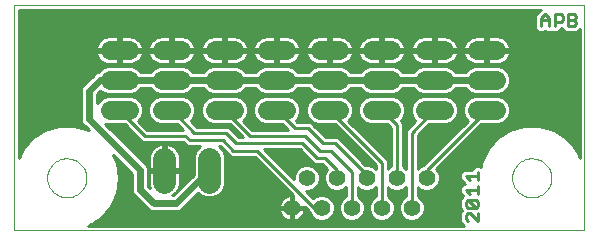
<source format=gtl>
G75*
G70*
%OFA0B0*%
%FSLAX24Y24*%
%IPPOS*%
%LPD*%
%AMOC8*
5,1,8,0,0,1.08239X$1,22.5*
%
%ADD10C,0.0000*%
%ADD11C,0.0100*%
%ADD12C,0.0560*%
%ADD13C,0.0750*%
%ADD14C,0.0640*%
%ADD15C,0.0240*%
D10*
X000151Y001280D02*
X000151Y008780D01*
X019151Y008780D01*
X019151Y001280D01*
X000151Y001280D01*
X001251Y003030D02*
X001253Y003080D01*
X001259Y003130D01*
X001269Y003180D01*
X001282Y003228D01*
X001299Y003276D01*
X001320Y003322D01*
X001344Y003366D01*
X001372Y003408D01*
X001403Y003448D01*
X001437Y003485D01*
X001474Y003520D01*
X001513Y003551D01*
X001554Y003580D01*
X001598Y003605D01*
X001644Y003627D01*
X001691Y003645D01*
X001739Y003659D01*
X001788Y003670D01*
X001838Y003677D01*
X001888Y003680D01*
X001939Y003679D01*
X001989Y003674D01*
X002039Y003665D01*
X002087Y003653D01*
X002135Y003636D01*
X002181Y003616D01*
X002226Y003593D01*
X002269Y003566D01*
X002309Y003536D01*
X002347Y003503D01*
X002382Y003467D01*
X002415Y003428D01*
X002444Y003387D01*
X002470Y003344D01*
X002493Y003299D01*
X002512Y003252D01*
X002527Y003204D01*
X002539Y003155D01*
X002547Y003105D01*
X002551Y003055D01*
X002551Y003005D01*
X002547Y002955D01*
X002539Y002905D01*
X002527Y002856D01*
X002512Y002808D01*
X002493Y002761D01*
X002470Y002716D01*
X002444Y002673D01*
X002415Y002632D01*
X002382Y002593D01*
X002347Y002557D01*
X002309Y002524D01*
X002269Y002494D01*
X002226Y002467D01*
X002181Y002444D01*
X002135Y002424D01*
X002087Y002407D01*
X002039Y002395D01*
X001989Y002386D01*
X001939Y002381D01*
X001888Y002380D01*
X001838Y002383D01*
X001788Y002390D01*
X001739Y002401D01*
X001691Y002415D01*
X001644Y002433D01*
X001598Y002455D01*
X001554Y002480D01*
X001513Y002509D01*
X001474Y002540D01*
X001437Y002575D01*
X001403Y002612D01*
X001372Y002652D01*
X001344Y002694D01*
X001320Y002738D01*
X001299Y002784D01*
X001282Y002832D01*
X001269Y002880D01*
X001259Y002930D01*
X001253Y002980D01*
X001251Y003030D01*
X016751Y003030D02*
X016753Y003080D01*
X016759Y003130D01*
X016769Y003180D01*
X016782Y003228D01*
X016799Y003276D01*
X016820Y003322D01*
X016844Y003366D01*
X016872Y003408D01*
X016903Y003448D01*
X016937Y003485D01*
X016974Y003520D01*
X017013Y003551D01*
X017054Y003580D01*
X017098Y003605D01*
X017144Y003627D01*
X017191Y003645D01*
X017239Y003659D01*
X017288Y003670D01*
X017338Y003677D01*
X017388Y003680D01*
X017439Y003679D01*
X017489Y003674D01*
X017539Y003665D01*
X017587Y003653D01*
X017635Y003636D01*
X017681Y003616D01*
X017726Y003593D01*
X017769Y003566D01*
X017809Y003536D01*
X017847Y003503D01*
X017882Y003467D01*
X017915Y003428D01*
X017944Y003387D01*
X017970Y003344D01*
X017993Y003299D01*
X018012Y003252D01*
X018027Y003204D01*
X018039Y003155D01*
X018047Y003105D01*
X018051Y003055D01*
X018051Y003005D01*
X018047Y002955D01*
X018039Y002905D01*
X018027Y002856D01*
X018012Y002808D01*
X017993Y002761D01*
X017970Y002716D01*
X017944Y002673D01*
X017915Y002632D01*
X017882Y002593D01*
X017847Y002557D01*
X017809Y002524D01*
X017769Y002494D01*
X017726Y002467D01*
X017681Y002444D01*
X017635Y002424D01*
X017587Y002407D01*
X017539Y002395D01*
X017489Y002386D01*
X017439Y002381D01*
X017388Y002380D01*
X017338Y002383D01*
X017288Y002390D01*
X017239Y002401D01*
X017191Y002415D01*
X017144Y002433D01*
X017098Y002455D01*
X017054Y002480D01*
X017013Y002509D01*
X016974Y002540D01*
X016937Y002575D01*
X016903Y002612D01*
X016872Y002652D01*
X016844Y002694D01*
X016820Y002738D01*
X016799Y002784D01*
X016782Y002832D01*
X016769Y002880D01*
X016759Y002930D01*
X016753Y002980D01*
X016751Y003030D01*
D11*
X015705Y003407D02*
X015684Y003428D01*
X015518Y003428D01*
X015401Y003311D01*
X015401Y003294D01*
X015118Y003294D01*
X015001Y003177D01*
X015001Y003012D01*
X015118Y002894D01*
X015178Y002834D01*
X015118Y002834D01*
X015001Y002717D01*
X015001Y002551D01*
X015115Y002437D01*
X015068Y002390D01*
X015001Y002323D01*
X015001Y002190D01*
X015001Y002190D01*
X015001Y002108D01*
X015001Y002024D01*
X015081Y001944D01*
X015001Y001863D01*
X015001Y001729D01*
X015001Y001646D01*
X015001Y001564D01*
X015001Y001564D01*
X015002Y001562D01*
X015118Y001447D01*
X015135Y001430D01*
X002600Y001430D01*
X002628Y001438D01*
X003047Y001707D01*
X003047Y001707D01*
X003047Y001707D01*
X003373Y002084D01*
X003580Y002537D01*
X003651Y003030D01*
X003580Y003523D01*
X003457Y003792D01*
X004081Y003168D01*
X004081Y002684D01*
X004081Y002576D01*
X004122Y002477D01*
X004648Y001951D01*
X004747Y001910D01*
X004855Y001910D01*
X005497Y001910D01*
X005605Y001910D01*
X005704Y001951D01*
X006283Y002530D01*
X006354Y002460D01*
X006547Y002380D01*
X006756Y002380D01*
X006949Y002460D01*
X007096Y002608D01*
X007176Y002801D01*
X007176Y003759D01*
X007096Y003952D01*
X006969Y004080D01*
X007018Y004080D01*
X007251Y003847D01*
X007368Y003730D01*
X008168Y003730D01*
X009439Y002459D01*
X009435Y002460D01*
X009431Y002460D01*
X009431Y002060D01*
X009371Y002060D01*
X009371Y002000D01*
X008971Y002000D01*
X008971Y001996D01*
X008982Y001929D01*
X009003Y001865D01*
X009033Y001805D01*
X009073Y001750D01*
X009121Y001702D01*
X009176Y001662D01*
X009236Y001631D01*
X009300Y001611D01*
X009367Y001600D01*
X009371Y001600D01*
X009371Y002000D01*
X009431Y002000D01*
X009431Y001600D01*
X009435Y001600D01*
X009502Y001611D01*
X009566Y001631D01*
X009627Y001662D01*
X009681Y001702D01*
X009729Y001750D01*
X009769Y001805D01*
X009800Y001865D01*
X009821Y001929D01*
X009831Y001996D01*
X009831Y002000D01*
X009431Y002000D01*
X009431Y002060D01*
X009831Y002060D01*
X009831Y002064D01*
X009831Y002068D01*
X009983Y001915D01*
X010037Y001786D01*
X010158Y001665D01*
X010316Y001600D01*
X010487Y001600D01*
X010645Y001665D01*
X010766Y001786D01*
X010831Y001944D01*
X010831Y002116D01*
X010766Y002274D01*
X010645Y002394D01*
X010487Y002460D01*
X010316Y002460D01*
X010158Y002394D01*
X010114Y002350D01*
X009864Y002600D01*
X009987Y002600D01*
X010145Y002665D01*
X010266Y002786D01*
X010331Y002944D01*
X010331Y003116D01*
X010266Y003274D01*
X010145Y003394D01*
X009987Y003460D01*
X009816Y003460D01*
X009658Y003394D01*
X009537Y003274D01*
X009471Y003116D01*
X009471Y002993D01*
X008484Y003980D01*
X009668Y003980D01*
X010051Y003597D01*
X010168Y003480D01*
X010418Y003480D01*
X010581Y003318D01*
X010537Y003274D01*
X010471Y003116D01*
X010471Y002944D01*
X010537Y002786D01*
X010658Y002665D01*
X010816Y002600D01*
X010987Y002600D01*
X011145Y002665D01*
X011201Y002722D01*
X011201Y002413D01*
X011158Y002394D01*
X011037Y002274D01*
X010971Y002116D01*
X010971Y001944D01*
X011037Y001786D01*
X011158Y001665D01*
X011316Y001600D01*
X011487Y001600D01*
X011645Y001665D01*
X011766Y001786D01*
X011831Y001944D01*
X011831Y002116D01*
X011766Y002274D01*
X011645Y002394D01*
X011601Y002413D01*
X011601Y002722D01*
X011658Y002665D01*
X011816Y002600D01*
X011987Y002600D01*
X012145Y002665D01*
X012201Y002722D01*
X012201Y002413D01*
X012158Y002394D01*
X012037Y002274D01*
X011971Y002116D01*
X011971Y001944D01*
X012037Y001786D01*
X012158Y001665D01*
X012316Y001600D01*
X012487Y001600D01*
X012645Y001665D01*
X012766Y001786D01*
X012831Y001944D01*
X012831Y002116D01*
X012766Y002274D01*
X012645Y002394D01*
X012601Y002413D01*
X012601Y002722D01*
X012658Y002665D01*
X012816Y002600D01*
X012987Y002600D01*
X013145Y002665D01*
X013201Y002722D01*
X013201Y002413D01*
X013158Y002394D01*
X013037Y002274D01*
X012971Y002116D01*
X012971Y001944D01*
X013037Y001786D01*
X013158Y001665D01*
X013316Y001600D01*
X013487Y001600D01*
X013645Y001665D01*
X013766Y001786D01*
X013831Y001944D01*
X013831Y002116D01*
X013766Y002274D01*
X013645Y002394D01*
X013601Y002413D01*
X013601Y002722D01*
X013658Y002665D01*
X013816Y002600D01*
X013987Y002600D01*
X014145Y002665D01*
X014266Y002786D01*
X014331Y002944D01*
X014331Y003116D01*
X014266Y003274D01*
X014222Y003318D01*
X015714Y004810D01*
X016315Y004810D01*
X016487Y004882D01*
X016620Y005014D01*
X016691Y005186D01*
X016691Y005373D01*
X016620Y005546D01*
X016487Y005678D01*
X016315Y005750D01*
X015488Y005750D01*
X015315Y005678D01*
X015183Y005546D01*
X015111Y005373D01*
X015111Y005186D01*
X015183Y005014D01*
X015267Y004929D01*
X013786Y003448D01*
X013658Y003394D01*
X013601Y003338D01*
X013601Y004447D01*
X013964Y004810D01*
X014565Y004810D01*
X014737Y004882D01*
X014870Y005014D01*
X014941Y005186D01*
X014941Y005373D01*
X014870Y005546D01*
X014737Y005678D01*
X014565Y005750D01*
X013738Y005750D01*
X013565Y005678D01*
X013433Y005546D01*
X013361Y005373D01*
X013361Y005186D01*
X013433Y005014D01*
X013517Y004929D01*
X013201Y004613D01*
X013201Y004447D01*
X013201Y003338D01*
X013145Y003394D01*
X013101Y003413D01*
X013101Y004697D01*
X013101Y004863D01*
X013035Y004929D01*
X013120Y005014D01*
X013191Y005186D01*
X013191Y005373D01*
X013120Y005546D01*
X012987Y005678D01*
X012815Y005750D01*
X011988Y005750D01*
X011815Y005678D01*
X011683Y005546D01*
X011611Y005373D01*
X011611Y005186D01*
X011683Y005014D01*
X011815Y004882D01*
X011988Y004810D01*
X012588Y004810D01*
X012701Y004697D01*
X012701Y003413D01*
X012658Y003394D01*
X012601Y003338D01*
X012601Y003447D01*
X012601Y003613D01*
X011285Y004929D01*
X011370Y005014D01*
X011441Y005186D01*
X011441Y005373D01*
X011370Y005546D01*
X011237Y005678D01*
X011065Y005750D01*
X010238Y005750D01*
X010065Y005678D01*
X009933Y005546D01*
X009861Y005373D01*
X009861Y005186D01*
X009933Y005014D01*
X010065Y004882D01*
X010238Y004810D01*
X010838Y004810D01*
X012201Y003447D01*
X012201Y003338D01*
X012145Y003394D01*
X011987Y003460D01*
X011854Y003460D01*
X010934Y004380D01*
X010768Y004380D01*
X010534Y004380D01*
X010151Y004763D01*
X010034Y004880D01*
X009584Y004880D01*
X009535Y004929D01*
X009620Y005014D01*
X009691Y005186D01*
X009691Y005373D01*
X009620Y005546D01*
X009487Y005678D01*
X009315Y005750D01*
X008488Y005750D01*
X008315Y005678D01*
X008183Y005546D01*
X008111Y005373D01*
X008111Y005186D01*
X008183Y005014D01*
X008315Y004882D01*
X008488Y004810D01*
X009088Y004810D01*
X009268Y004630D01*
X008084Y004630D01*
X007785Y004929D01*
X007870Y005014D01*
X007941Y005186D01*
X007941Y005373D01*
X007870Y005546D01*
X007737Y005678D01*
X007565Y005750D01*
X006738Y005750D01*
X006565Y005678D01*
X006433Y005546D01*
X006361Y005373D01*
X006361Y005186D01*
X006433Y005014D01*
X006565Y004882D01*
X006738Y004810D01*
X007338Y004810D01*
X007768Y004380D01*
X007634Y004380D01*
X007401Y004613D01*
X007284Y004730D01*
X006234Y004730D01*
X006035Y004929D01*
X006120Y005014D01*
X006191Y005186D01*
X006191Y005373D01*
X006120Y005546D01*
X005987Y005678D01*
X005815Y005750D01*
X004988Y005750D01*
X004815Y005678D01*
X004683Y005546D01*
X004611Y005373D01*
X004611Y005186D01*
X004683Y005014D01*
X004815Y004882D01*
X004988Y004810D01*
X005588Y004810D01*
X005768Y004630D01*
X004584Y004630D01*
X004285Y004929D01*
X004370Y005014D01*
X004441Y005186D01*
X004441Y005373D01*
X004370Y005546D01*
X004237Y005678D01*
X004065Y005750D01*
X003238Y005750D01*
X003065Y005678D01*
X002933Y005546D01*
X002921Y005518D01*
X002921Y005818D01*
X003025Y005922D01*
X003065Y005882D01*
X003238Y005810D01*
X004065Y005810D01*
X004237Y005882D01*
X004366Y006010D01*
X004686Y006010D01*
X004815Y005882D01*
X004988Y005810D01*
X005815Y005810D01*
X005987Y005882D01*
X006116Y006010D01*
X006436Y006010D01*
X006565Y005882D01*
X006738Y005810D01*
X007565Y005810D01*
X007737Y005882D01*
X007866Y006010D01*
X008186Y006010D01*
X008315Y005882D01*
X008488Y005810D01*
X009315Y005810D01*
X009487Y005882D01*
X009616Y006010D01*
X009936Y006010D01*
X010065Y005882D01*
X010238Y005810D01*
X011065Y005810D01*
X011237Y005882D01*
X011366Y006010D01*
X011686Y006010D01*
X011815Y005882D01*
X011988Y005810D01*
X012815Y005810D01*
X012987Y005882D01*
X013116Y006010D01*
X013436Y006010D01*
X013565Y005882D01*
X013738Y005810D01*
X014565Y005810D01*
X014737Y005882D01*
X014866Y006010D01*
X015186Y006010D01*
X015315Y005882D01*
X015488Y005810D01*
X016315Y005810D01*
X016487Y005882D01*
X016620Y006014D01*
X016691Y006186D01*
X016691Y006373D01*
X016620Y006546D01*
X016487Y006678D01*
X016315Y006750D01*
X015488Y006750D01*
X015315Y006678D01*
X015186Y006550D01*
X014866Y006550D01*
X014737Y006678D01*
X014565Y006750D01*
X013738Y006750D01*
X013565Y006678D01*
X013436Y006550D01*
X013116Y006550D01*
X012987Y006678D01*
X012815Y006750D01*
X011988Y006750D01*
X011815Y006678D01*
X011686Y006550D01*
X011366Y006550D01*
X011237Y006678D01*
X011065Y006750D01*
X010238Y006750D01*
X010065Y006678D01*
X009936Y006550D01*
X009616Y006550D01*
X009487Y006678D01*
X009315Y006750D01*
X008488Y006750D01*
X008315Y006678D01*
X008186Y006550D01*
X007866Y006550D01*
X007737Y006678D01*
X007565Y006750D01*
X006738Y006750D01*
X006565Y006678D01*
X006436Y006550D01*
X006116Y006550D01*
X005987Y006678D01*
X005815Y006750D01*
X004988Y006750D01*
X004815Y006678D01*
X004686Y006550D01*
X004366Y006550D01*
X004237Y006678D01*
X004065Y006750D01*
X003238Y006750D01*
X003065Y006678D01*
X002933Y006546D01*
X002932Y006543D01*
X002848Y006509D01*
X002772Y006433D01*
X002422Y006083D01*
X002381Y005984D01*
X002381Y005876D01*
X002381Y004926D01*
X000301Y004926D01*
X000301Y004828D02*
X002422Y004828D01*
X002422Y004827D02*
X002498Y004751D01*
X002627Y004622D01*
X002150Y004762D01*
X001652Y004762D01*
X001174Y004622D01*
X000755Y004353D01*
X000755Y004352D01*
X000429Y003976D01*
X000301Y003696D01*
X000301Y008630D01*
X017701Y008630D01*
X017692Y008621D01*
X017501Y008430D01*
X017501Y008363D01*
X017501Y008197D01*
X017501Y007997D01*
X017618Y007880D01*
X017784Y007880D01*
X017835Y007931D01*
X017885Y007880D01*
X018051Y007880D01*
X018065Y007894D01*
X018079Y007880D01*
X018244Y007880D01*
X018361Y007997D01*
X018361Y008013D01*
X018422Y008013D01*
X018422Y007997D01*
X018539Y007880D01*
X018823Y007880D01*
X018905Y007880D01*
X018972Y007947D01*
X019001Y007976D01*
X019001Y003696D01*
X018873Y003976D01*
X018547Y004353D01*
X018128Y004622D01*
X017650Y004762D01*
X017152Y004762D01*
X016674Y004622D01*
X016255Y004353D01*
X016255Y004352D01*
X015929Y003976D01*
X015722Y003523D01*
X015705Y003407D01*
X015711Y003448D02*
X014352Y003448D01*
X014450Y003546D02*
X015733Y003546D01*
X015722Y003523D02*
X015722Y003523D01*
X015778Y003645D02*
X014549Y003645D01*
X014648Y003744D02*
X015823Y003744D01*
X015868Y003842D02*
X014746Y003842D01*
X014845Y003941D02*
X015913Y003941D01*
X015929Y003976D02*
X015929Y003976D01*
X015984Y004039D02*
X014943Y004039D01*
X015042Y004138D02*
X016069Y004138D01*
X016154Y004236D02*
X015140Y004236D01*
X015239Y004335D02*
X016240Y004335D01*
X016255Y004353D02*
X016255Y004353D01*
X016381Y004433D02*
X015337Y004433D01*
X015436Y004532D02*
X016534Y004532D01*
X016674Y004622D02*
X016674Y004622D01*
X016704Y004630D02*
X015534Y004630D01*
X015633Y004729D02*
X017039Y004729D01*
X017152Y004762D02*
X017152Y004762D01*
X017650Y004762D02*
X017650Y004762D01*
X017763Y004729D02*
X019001Y004729D01*
X019001Y004630D02*
X018099Y004630D01*
X018128Y004622D02*
X018128Y004622D01*
X018268Y004532D02*
X019001Y004532D01*
X019001Y004433D02*
X018421Y004433D01*
X018547Y004353D02*
X018547Y004353D01*
X018563Y004335D02*
X019001Y004335D01*
X019001Y004236D02*
X018648Y004236D01*
X018733Y004138D02*
X019001Y004138D01*
X019001Y004039D02*
X018819Y004039D01*
X018873Y003976D02*
X018873Y003976D01*
X018890Y003941D02*
X019001Y003941D01*
X019001Y003842D02*
X018935Y003842D01*
X018980Y003744D02*
X019001Y003744D01*
X019001Y004828D02*
X016357Y004828D01*
X016532Y004926D02*
X019001Y004926D01*
X019001Y005025D02*
X016624Y005025D01*
X016665Y005123D02*
X019001Y005123D01*
X019001Y005222D02*
X016691Y005222D01*
X016691Y005320D02*
X019001Y005320D01*
X019001Y005419D02*
X016672Y005419D01*
X016632Y005517D02*
X019001Y005517D01*
X019001Y005616D02*
X016550Y005616D01*
X016400Y005714D02*
X019001Y005714D01*
X019001Y005813D02*
X016322Y005813D01*
X016517Y005912D02*
X019001Y005912D01*
X019001Y006010D02*
X016616Y006010D01*
X016659Y006109D02*
X019001Y006109D01*
X019001Y006207D02*
X016691Y006207D01*
X016691Y006306D02*
X019001Y006306D01*
X019001Y006404D02*
X016678Y006404D01*
X016638Y006503D02*
X019001Y006503D01*
X019001Y006601D02*
X016564Y006601D01*
X016436Y006700D02*
X019001Y006700D01*
X019001Y006798D02*
X000301Y006798D01*
X000301Y006897D02*
X003059Y006897D01*
X003085Y006878D02*
X003025Y006921D01*
X002973Y006974D01*
X002929Y007034D01*
X002896Y007100D01*
X002873Y007170D01*
X002863Y007230D01*
X003601Y007230D01*
X003601Y007330D01*
X002863Y007330D01*
X002873Y007390D01*
X002896Y007460D01*
X002929Y007526D01*
X002973Y007586D01*
X003025Y007638D01*
X003085Y007682D01*
X003151Y007716D01*
X003221Y007738D01*
X003294Y007750D01*
X003601Y007750D01*
X003601Y007330D01*
X003701Y007330D01*
X003701Y007750D01*
X004008Y007750D01*
X004081Y007738D01*
X004152Y007716D01*
X004217Y007682D01*
X004277Y007638D01*
X004330Y007586D01*
X004373Y007526D01*
X004407Y007460D01*
X004430Y007390D01*
X004439Y007330D01*
X003701Y007330D01*
X003701Y007230D01*
X003701Y006810D01*
X004008Y006810D01*
X004081Y006822D01*
X004152Y006844D01*
X004217Y006878D01*
X004277Y006921D01*
X004330Y006974D01*
X004373Y007034D01*
X004407Y007100D01*
X004430Y007170D01*
X004439Y007230D01*
X003701Y007230D01*
X003601Y007230D01*
X003601Y006810D01*
X003294Y006810D01*
X003221Y006822D01*
X003151Y006844D01*
X003085Y006878D01*
X002957Y006996D02*
X000301Y006996D01*
X000301Y007094D02*
X002898Y007094D01*
X002869Y007193D02*
X000301Y007193D01*
X000301Y007291D02*
X003601Y007291D01*
X003601Y007193D02*
X003701Y007193D01*
X003701Y007291D02*
X005351Y007291D01*
X005351Y007330D02*
X005351Y007230D01*
X004613Y007230D01*
X004623Y007170D01*
X004646Y007100D01*
X004679Y007034D01*
X004723Y006974D01*
X004775Y006921D01*
X004835Y006878D01*
X004901Y006844D01*
X004971Y006822D01*
X005044Y006810D01*
X005351Y006810D01*
X005351Y007230D01*
X005451Y007230D01*
X005451Y006810D01*
X005758Y006810D01*
X005831Y006822D01*
X005902Y006844D01*
X005967Y006878D01*
X006027Y006921D01*
X006080Y006974D01*
X006123Y007034D01*
X006157Y007100D01*
X006180Y007170D01*
X006189Y007230D01*
X005451Y007230D01*
X005451Y007330D01*
X005351Y007330D01*
X004613Y007330D01*
X004623Y007390D01*
X004646Y007460D01*
X004679Y007526D01*
X004723Y007586D01*
X004775Y007638D01*
X004835Y007682D01*
X004901Y007716D01*
X004971Y007738D01*
X005044Y007750D01*
X005351Y007750D01*
X005351Y007330D01*
X005351Y007390D02*
X005451Y007390D01*
X005451Y007330D02*
X005451Y007750D01*
X005758Y007750D01*
X005831Y007738D01*
X005902Y007716D01*
X005967Y007682D01*
X006027Y007638D01*
X006080Y007586D01*
X006123Y007526D01*
X006157Y007460D01*
X006180Y007390D01*
X006189Y007330D01*
X005451Y007330D01*
X005451Y007291D02*
X007101Y007291D01*
X007101Y007330D02*
X007101Y007230D01*
X006363Y007230D01*
X006373Y007170D01*
X006396Y007100D01*
X006429Y007034D01*
X006473Y006974D01*
X006525Y006921D01*
X006585Y006878D01*
X006651Y006844D01*
X006721Y006822D01*
X006794Y006810D01*
X007101Y006810D01*
X007101Y007230D01*
X007201Y007230D01*
X007201Y006810D01*
X007508Y006810D01*
X007581Y006822D01*
X007652Y006844D01*
X007717Y006878D01*
X007777Y006921D01*
X007830Y006974D01*
X007873Y007034D01*
X007907Y007100D01*
X007930Y007170D01*
X007939Y007230D01*
X007201Y007230D01*
X007201Y007330D01*
X007101Y007330D01*
X006363Y007330D01*
X006373Y007390D01*
X006396Y007460D01*
X006429Y007526D01*
X006473Y007586D01*
X006525Y007638D01*
X006585Y007682D01*
X006651Y007716D01*
X006721Y007738D01*
X006794Y007750D01*
X007101Y007750D01*
X007101Y007330D01*
X007101Y007390D02*
X007201Y007390D01*
X007201Y007330D02*
X007201Y007750D01*
X007508Y007750D01*
X007581Y007738D01*
X007652Y007716D01*
X007717Y007682D01*
X007777Y007638D01*
X007830Y007586D01*
X007873Y007526D01*
X007907Y007460D01*
X007930Y007390D01*
X007939Y007330D01*
X007201Y007330D01*
X007201Y007291D02*
X008851Y007291D01*
X008851Y007330D02*
X008851Y007230D01*
X008113Y007230D01*
X008123Y007170D01*
X008146Y007100D01*
X008179Y007034D01*
X008223Y006974D01*
X008275Y006921D01*
X008335Y006878D01*
X008401Y006844D01*
X008471Y006822D01*
X008544Y006810D01*
X008851Y006810D01*
X008851Y007230D01*
X008951Y007230D01*
X008951Y006810D01*
X009258Y006810D01*
X009331Y006822D01*
X009402Y006844D01*
X009467Y006878D01*
X009527Y006921D01*
X009580Y006974D01*
X009623Y007034D01*
X009657Y007100D01*
X009680Y007170D01*
X009689Y007230D01*
X008951Y007230D01*
X008951Y007330D01*
X008851Y007330D01*
X008113Y007330D01*
X008123Y007390D01*
X008146Y007460D01*
X008179Y007526D01*
X008223Y007586D01*
X008275Y007638D01*
X008335Y007682D01*
X008401Y007716D01*
X008471Y007738D01*
X008544Y007750D01*
X008851Y007750D01*
X008851Y007330D01*
X008851Y007390D02*
X008951Y007390D01*
X008951Y007330D02*
X008951Y007750D01*
X009258Y007750D01*
X009331Y007738D01*
X009402Y007716D01*
X009467Y007682D01*
X009527Y007638D01*
X009580Y007586D01*
X009623Y007526D01*
X009657Y007460D01*
X009680Y007390D01*
X009689Y007330D01*
X008951Y007330D01*
X008951Y007291D02*
X010601Y007291D01*
X010601Y007330D02*
X010601Y007230D01*
X009863Y007230D01*
X009873Y007170D01*
X009896Y007100D01*
X009929Y007034D01*
X009973Y006974D01*
X010025Y006921D01*
X010085Y006878D01*
X010151Y006844D01*
X010221Y006822D01*
X010294Y006810D01*
X010601Y006810D01*
X010601Y007230D01*
X010701Y007230D01*
X010701Y006810D01*
X011008Y006810D01*
X011081Y006822D01*
X011152Y006844D01*
X011217Y006878D01*
X011277Y006921D01*
X011330Y006974D01*
X011373Y007034D01*
X011407Y007100D01*
X011430Y007170D01*
X011439Y007230D01*
X010701Y007230D01*
X010701Y007330D01*
X010601Y007330D01*
X009863Y007330D01*
X009873Y007390D01*
X009896Y007460D01*
X009929Y007526D01*
X009973Y007586D01*
X010025Y007638D01*
X010085Y007682D01*
X010151Y007716D01*
X010221Y007738D01*
X010294Y007750D01*
X010601Y007750D01*
X010601Y007330D01*
X010601Y007390D02*
X010701Y007390D01*
X010701Y007330D02*
X010701Y007750D01*
X011008Y007750D01*
X011081Y007738D01*
X011152Y007716D01*
X011217Y007682D01*
X011277Y007638D01*
X011330Y007586D01*
X011373Y007526D01*
X011407Y007460D01*
X011430Y007390D01*
X011439Y007330D01*
X010701Y007330D01*
X010701Y007291D02*
X012351Y007291D01*
X012351Y007330D02*
X012351Y007230D01*
X011613Y007230D01*
X011623Y007170D01*
X011646Y007100D01*
X011679Y007034D01*
X011723Y006974D01*
X011775Y006921D01*
X011835Y006878D01*
X011901Y006844D01*
X011971Y006822D01*
X012044Y006810D01*
X012351Y006810D01*
X012351Y007230D01*
X012451Y007230D01*
X012451Y006810D01*
X012758Y006810D01*
X012831Y006822D01*
X012902Y006844D01*
X012967Y006878D01*
X013027Y006921D01*
X013080Y006974D01*
X013123Y007034D01*
X013157Y007100D01*
X013180Y007170D01*
X013189Y007230D01*
X012451Y007230D01*
X012451Y007330D01*
X012351Y007330D01*
X011613Y007330D01*
X011623Y007390D01*
X011646Y007460D01*
X011679Y007526D01*
X011723Y007586D01*
X011775Y007638D01*
X011835Y007682D01*
X011901Y007716D01*
X011971Y007738D01*
X012044Y007750D01*
X012351Y007750D01*
X012351Y007330D01*
X012351Y007390D02*
X012451Y007390D01*
X012451Y007330D02*
X012451Y007750D01*
X012758Y007750D01*
X012831Y007738D01*
X012902Y007716D01*
X012967Y007682D01*
X013027Y007638D01*
X013080Y007586D01*
X013123Y007526D01*
X013157Y007460D01*
X013180Y007390D01*
X013189Y007330D01*
X012451Y007330D01*
X012451Y007291D02*
X014101Y007291D01*
X014101Y007330D02*
X014101Y007230D01*
X013363Y007230D01*
X013373Y007170D01*
X013396Y007100D01*
X013429Y007034D01*
X013473Y006974D01*
X013525Y006921D01*
X013585Y006878D01*
X013651Y006844D01*
X013721Y006822D01*
X013794Y006810D01*
X014101Y006810D01*
X014101Y007230D01*
X014201Y007230D01*
X014201Y006810D01*
X014508Y006810D01*
X014581Y006822D01*
X014652Y006844D01*
X014717Y006878D01*
X014777Y006921D01*
X014830Y006974D01*
X014873Y007034D01*
X014907Y007100D01*
X014930Y007170D01*
X014939Y007230D01*
X014201Y007230D01*
X014201Y007330D01*
X014101Y007330D01*
X013363Y007330D01*
X013373Y007390D01*
X013396Y007460D01*
X013429Y007526D01*
X013473Y007586D01*
X013525Y007638D01*
X013585Y007682D01*
X013651Y007716D01*
X013721Y007738D01*
X013794Y007750D01*
X014101Y007750D01*
X014101Y007330D01*
X014101Y007390D02*
X014201Y007390D01*
X014201Y007330D02*
X014201Y007750D01*
X014508Y007750D01*
X014581Y007738D01*
X014652Y007716D01*
X014717Y007682D01*
X014777Y007638D01*
X014830Y007586D01*
X014873Y007526D01*
X014907Y007460D01*
X014930Y007390D01*
X014939Y007330D01*
X014201Y007330D01*
X014201Y007291D02*
X015851Y007291D01*
X015851Y007330D02*
X015851Y007230D01*
X015113Y007230D01*
X015123Y007170D01*
X015146Y007100D01*
X015179Y007034D01*
X015223Y006974D01*
X015275Y006921D01*
X015335Y006878D01*
X015401Y006844D01*
X015471Y006822D01*
X015544Y006810D01*
X015851Y006810D01*
X015851Y007230D01*
X015951Y007230D01*
X015951Y006810D01*
X016258Y006810D01*
X016331Y006822D01*
X016402Y006844D01*
X016467Y006878D01*
X016527Y006921D01*
X016580Y006974D01*
X016623Y007034D01*
X016657Y007100D01*
X016680Y007170D01*
X016689Y007230D01*
X015951Y007230D01*
X015951Y007330D01*
X015851Y007330D01*
X015113Y007330D01*
X015123Y007390D01*
X015146Y007460D01*
X015179Y007526D01*
X015223Y007586D01*
X015275Y007638D01*
X015335Y007682D01*
X015401Y007716D01*
X015471Y007738D01*
X015544Y007750D01*
X015851Y007750D01*
X015851Y007330D01*
X015851Y007390D02*
X015951Y007390D01*
X015951Y007330D02*
X015951Y007750D01*
X016258Y007750D01*
X016331Y007738D01*
X016402Y007716D01*
X016467Y007682D01*
X016527Y007638D01*
X016580Y007586D01*
X016623Y007526D01*
X016657Y007460D01*
X016680Y007390D01*
X016689Y007330D01*
X015951Y007330D01*
X015951Y007291D02*
X019001Y007291D01*
X019001Y007193D02*
X016683Y007193D01*
X016654Y007094D02*
X019001Y007094D01*
X019001Y006996D02*
X016595Y006996D01*
X016494Y006897D02*
X019001Y006897D01*
X019001Y007390D02*
X016680Y007390D01*
X016643Y007488D02*
X019001Y007488D01*
X019001Y007587D02*
X016579Y007587D01*
X016461Y007685D02*
X019001Y007685D01*
X019001Y007784D02*
X000301Y007784D01*
X000301Y007882D02*
X017616Y007882D01*
X017517Y007981D02*
X000301Y007981D01*
X000301Y008079D02*
X017501Y008079D01*
X017501Y008178D02*
X000301Y008178D01*
X000301Y008277D02*
X017501Y008277D01*
X017501Y008375D02*
X000301Y008375D01*
X000301Y008474D02*
X017545Y008474D01*
X017644Y008572D02*
X000301Y008572D01*
X000301Y007685D02*
X003091Y007685D01*
X002973Y007587D02*
X000301Y007587D01*
X000301Y007488D02*
X002910Y007488D01*
X002873Y007390D02*
X000301Y007390D01*
X000301Y006700D02*
X003117Y006700D01*
X002988Y006601D02*
X000301Y006601D01*
X000301Y006503D02*
X002842Y006503D01*
X002744Y006404D02*
X000301Y006404D01*
X000301Y006306D02*
X002645Y006306D01*
X002547Y006207D02*
X000301Y006207D01*
X000301Y006109D02*
X002448Y006109D01*
X002392Y006010D02*
X000301Y006010D01*
X000301Y005912D02*
X002381Y005912D01*
X002381Y005813D02*
X000301Y005813D01*
X000301Y005714D02*
X002381Y005714D01*
X002381Y005616D02*
X000301Y005616D01*
X000301Y005517D02*
X002381Y005517D01*
X002381Y005419D02*
X000301Y005419D01*
X000301Y005320D02*
X002381Y005320D01*
X002381Y005222D02*
X000301Y005222D01*
X000301Y005123D02*
X002381Y005123D01*
X002381Y005025D02*
X000301Y005025D01*
X000301Y004729D02*
X001539Y004729D01*
X001652Y004762D02*
X001652Y004762D01*
X001204Y004630D02*
X000301Y004630D01*
X000301Y004532D02*
X001034Y004532D01*
X001174Y004622D02*
X001174Y004622D01*
X000881Y004433D02*
X000301Y004433D01*
X000301Y004335D02*
X000740Y004335D01*
X000755Y004353D02*
X000755Y004353D01*
X000654Y004236D02*
X000301Y004236D01*
X000301Y004138D02*
X000569Y004138D01*
X000484Y004039D02*
X000301Y004039D01*
X000301Y003941D02*
X000413Y003941D01*
X000429Y003976D02*
X000429Y003976D01*
X000368Y003842D02*
X000301Y003842D01*
X000301Y003744D02*
X000323Y003744D01*
X002263Y004729D02*
X002520Y004729D01*
X002599Y004630D02*
X002619Y004630D01*
X002150Y004762D02*
X002150Y004762D01*
X002422Y004827D02*
X002381Y004926D01*
X003178Y004835D02*
X003238Y004810D01*
X003838Y004810D01*
X004418Y004230D01*
X004584Y004230D01*
X005768Y004230D01*
X005801Y004197D01*
X005918Y004080D01*
X006334Y004080D01*
X006206Y003952D01*
X006126Y003759D01*
X006126Y003137D01*
X005439Y002450D01*
X005414Y002450D01*
X005426Y002456D01*
X005493Y002505D01*
X005552Y002563D01*
X005600Y002630D01*
X005638Y002703D01*
X005663Y002782D01*
X005676Y002864D01*
X005676Y003230D01*
X005201Y003230D01*
X005201Y003330D01*
X005101Y003330D01*
X005101Y003230D01*
X004626Y003230D01*
X004626Y002864D01*
X004639Y002782D01*
X004665Y002703D01*
X004670Y002693D01*
X004621Y002742D01*
X004621Y003334D01*
X004580Y003433D01*
X004504Y003509D01*
X003178Y004835D01*
X003185Y004828D02*
X003195Y004828D01*
X003284Y004729D02*
X003919Y004729D01*
X004018Y004630D02*
X003382Y004630D01*
X003481Y004532D02*
X004116Y004532D01*
X004215Y004433D02*
X003580Y004433D01*
X003678Y004335D02*
X004313Y004335D01*
X004412Y004236D02*
X003777Y004236D01*
X003875Y004138D02*
X004942Y004138D01*
X004950Y004141D02*
X004876Y004104D01*
X004809Y004055D01*
X004751Y003997D01*
X004702Y003930D01*
X004665Y003856D01*
X004639Y003778D01*
X004626Y003696D01*
X004626Y003330D01*
X005101Y003330D01*
X005101Y004179D01*
X005028Y004167D01*
X004950Y004141D01*
X005101Y004138D02*
X005201Y004138D01*
X005201Y004179D02*
X005201Y003330D01*
X005676Y003330D01*
X005676Y003696D01*
X005663Y003778D01*
X005638Y003856D01*
X005600Y003930D01*
X005552Y003997D01*
X005493Y004055D01*
X005426Y004104D01*
X005353Y004141D01*
X005274Y004167D01*
X005201Y004179D01*
X005201Y004039D02*
X005101Y004039D01*
X005101Y003941D02*
X005201Y003941D01*
X005201Y003842D02*
X005101Y003842D01*
X005101Y003744D02*
X005201Y003744D01*
X005201Y003645D02*
X005101Y003645D01*
X005101Y003546D02*
X005201Y003546D01*
X005201Y003448D02*
X005101Y003448D01*
X005101Y003349D02*
X005201Y003349D01*
X005201Y003251D02*
X006126Y003251D01*
X006126Y003349D02*
X005676Y003349D01*
X005676Y003448D02*
X006126Y003448D01*
X006126Y003546D02*
X005676Y003546D01*
X005676Y003645D02*
X006126Y003645D01*
X006126Y003744D02*
X005669Y003744D01*
X005642Y003842D02*
X006160Y003842D01*
X006201Y003941D02*
X005593Y003941D01*
X005509Y004039D02*
X006293Y004039D01*
X006001Y004280D02*
X007101Y004280D01*
X007451Y003930D01*
X008251Y003930D01*
X010151Y002030D01*
X010401Y002030D01*
X010001Y001871D02*
X009802Y001871D01*
X009746Y001773D02*
X010050Y001773D01*
X010149Y001674D02*
X009643Y001674D01*
X009431Y001674D02*
X009371Y001674D01*
X009371Y001773D02*
X009431Y001773D01*
X009431Y001871D02*
X009371Y001871D01*
X009371Y001970D02*
X009431Y001970D01*
X009431Y002068D02*
X009371Y002068D01*
X009371Y002060D02*
X009371Y002460D01*
X009367Y002460D01*
X009300Y002449D01*
X009236Y002428D01*
X009176Y002398D01*
X009121Y002358D01*
X009073Y002310D01*
X009033Y002255D01*
X009003Y002195D01*
X008982Y002131D01*
X008971Y002064D01*
X008971Y002060D01*
X009371Y002060D01*
X009371Y002167D02*
X009431Y002167D01*
X009431Y002265D02*
X009371Y002265D01*
X009371Y002364D02*
X009431Y002364D01*
X009436Y002463D02*
X006951Y002463D01*
X007050Y002561D02*
X009337Y002561D01*
X009239Y002660D02*
X007118Y002660D01*
X007159Y002758D02*
X009140Y002758D01*
X009042Y002857D02*
X007176Y002857D01*
X007176Y002955D02*
X008943Y002955D01*
X008845Y003054D02*
X007176Y003054D01*
X007176Y003152D02*
X008746Y003152D01*
X008647Y003251D02*
X007176Y003251D01*
X007176Y003349D02*
X008549Y003349D01*
X008450Y003448D02*
X007176Y003448D01*
X007176Y003546D02*
X008352Y003546D01*
X008253Y003645D02*
X007176Y003645D01*
X007176Y003744D02*
X007355Y003744D01*
X007256Y003842D02*
X007142Y003842D01*
X007158Y003941D02*
X007101Y003941D01*
X007059Y004039D02*
X007009Y004039D01*
X007201Y004530D02*
X007551Y004180D01*
X009751Y004180D01*
X010251Y003680D01*
X010501Y003680D01*
X010901Y003280D01*
X010901Y003030D01*
X010508Y002857D02*
X010295Y002857D01*
X010237Y002758D02*
X010565Y002758D01*
X010672Y002660D02*
X010131Y002660D01*
X009903Y002561D02*
X011201Y002561D01*
X011201Y002463D02*
X010001Y002463D01*
X010100Y002364D02*
X010127Y002364D01*
X010675Y002364D02*
X011127Y002364D01*
X011033Y002265D02*
X010769Y002265D01*
X010810Y002167D02*
X010992Y002167D01*
X010971Y002068D02*
X010831Y002068D01*
X010831Y001970D02*
X010971Y001970D01*
X011001Y001871D02*
X010801Y001871D01*
X010752Y001773D02*
X011050Y001773D01*
X011149Y001674D02*
X010653Y001674D01*
X009929Y001970D02*
X009827Y001970D01*
X009159Y001674D02*
X002995Y001674D01*
X003104Y001773D02*
X009057Y001773D01*
X009001Y001871D02*
X003189Y001871D01*
X003274Y001970D02*
X004630Y001970D01*
X004531Y002068D02*
X003360Y002068D01*
X003373Y002084D02*
X003373Y002084D01*
X003411Y002167D02*
X004432Y002167D01*
X004334Y002265D02*
X003456Y002265D01*
X003501Y002364D02*
X004235Y002364D01*
X004137Y002463D02*
X003546Y002463D01*
X003580Y002537D02*
X003580Y002537D01*
X003584Y002561D02*
X004087Y002561D01*
X004081Y002660D02*
X003598Y002660D01*
X003612Y002758D02*
X004081Y002758D01*
X004081Y002857D02*
X003626Y002857D01*
X003640Y002955D02*
X004081Y002955D01*
X004081Y003054D02*
X003648Y003054D01*
X003634Y003152D02*
X004081Y003152D01*
X003998Y003251D02*
X003619Y003251D01*
X003605Y003349D02*
X003900Y003349D01*
X003801Y003448D02*
X003591Y003448D01*
X003580Y003523D02*
X003580Y003523D01*
X003570Y003546D02*
X003703Y003546D01*
X003604Y003645D02*
X003525Y003645D01*
X003506Y003744D02*
X003480Y003744D01*
X004072Y003941D02*
X004710Y003941D01*
X004793Y004039D02*
X003974Y004039D01*
X004171Y003842D02*
X004660Y003842D01*
X004634Y003744D02*
X004269Y003744D01*
X004368Y003645D02*
X004626Y003645D01*
X004626Y003546D02*
X004466Y003546D01*
X004565Y003448D02*
X004626Y003448D01*
X004615Y003349D02*
X004626Y003349D01*
X004621Y003251D02*
X005101Y003251D01*
X004626Y003152D02*
X004621Y003152D01*
X004621Y003054D02*
X004626Y003054D01*
X004621Y002955D02*
X004626Y002955D01*
X004621Y002857D02*
X004627Y002857D01*
X004621Y002758D02*
X004647Y002758D01*
X005435Y002463D02*
X005452Y002463D01*
X005550Y002561D02*
X005550Y002561D01*
X005615Y002660D02*
X005649Y002660D01*
X005655Y002758D02*
X005748Y002758D01*
X005675Y002857D02*
X005846Y002857D01*
X005945Y002955D02*
X005676Y002955D01*
X005676Y003054D02*
X006043Y003054D01*
X006126Y003152D02*
X005676Y003152D01*
X006215Y002463D02*
X006351Y002463D01*
X006117Y002364D02*
X009129Y002364D01*
X009041Y002265D02*
X006018Y002265D01*
X005920Y002167D02*
X008994Y002167D01*
X008972Y002068D02*
X005821Y002068D01*
X005723Y001970D02*
X008975Y001970D01*
X010331Y002955D02*
X010471Y002955D01*
X010471Y003054D02*
X010331Y003054D01*
X010316Y003152D02*
X010486Y003152D01*
X010527Y003251D02*
X010275Y003251D01*
X010190Y003349D02*
X010549Y003349D01*
X010450Y003448D02*
X010016Y003448D01*
X010102Y003546D02*
X008917Y003546D01*
X009016Y003448D02*
X009787Y003448D01*
X009613Y003349D02*
X009115Y003349D01*
X009213Y003251D02*
X009527Y003251D01*
X009486Y003152D02*
X009312Y003152D01*
X009410Y003054D02*
X009471Y003054D01*
X010003Y003645D02*
X008819Y003645D01*
X008720Y003744D02*
X009905Y003744D01*
X009806Y003842D02*
X008622Y003842D01*
X008523Y003941D02*
X009708Y003941D01*
X009851Y004430D02*
X010351Y003930D01*
X010701Y003930D01*
X011401Y003230D01*
X011401Y002030D01*
X011801Y001871D02*
X012001Y001871D01*
X012050Y001773D02*
X011752Y001773D01*
X011653Y001674D02*
X012149Y001674D01*
X012653Y001674D02*
X013149Y001674D01*
X013050Y001773D02*
X012752Y001773D01*
X012801Y001871D02*
X013001Y001871D01*
X012971Y001970D02*
X012831Y001970D01*
X012831Y002068D02*
X012971Y002068D01*
X012992Y002167D02*
X012810Y002167D01*
X012769Y002265D02*
X013033Y002265D01*
X013127Y002364D02*
X012675Y002364D01*
X012601Y002463D02*
X013201Y002463D01*
X013201Y002561D02*
X012601Y002561D01*
X012601Y002660D02*
X012672Y002660D01*
X012201Y002660D02*
X012131Y002660D01*
X012201Y002561D02*
X011601Y002561D01*
X011601Y002463D02*
X012201Y002463D01*
X012127Y002364D02*
X011675Y002364D01*
X011769Y002265D02*
X012033Y002265D01*
X011992Y002167D02*
X011810Y002167D01*
X011831Y002068D02*
X011971Y002068D01*
X011971Y001970D02*
X011831Y001970D01*
X012401Y002030D02*
X012401Y003530D01*
X010651Y005280D01*
X011300Y005616D02*
X011752Y005616D01*
X011671Y005517D02*
X011382Y005517D01*
X011422Y005419D02*
X011630Y005419D01*
X011611Y005320D02*
X011441Y005320D01*
X011441Y005222D02*
X011611Y005222D01*
X011637Y005123D02*
X011415Y005123D01*
X011374Y005025D02*
X011678Y005025D01*
X011770Y004926D02*
X011288Y004926D01*
X011386Y004828D02*
X011945Y004828D01*
X011485Y004729D02*
X012669Y004729D01*
X012701Y004630D02*
X011584Y004630D01*
X011682Y004532D02*
X012701Y004532D01*
X012701Y004433D02*
X011781Y004433D01*
X011879Y004335D02*
X012701Y004335D01*
X012701Y004236D02*
X011978Y004236D01*
X012076Y004138D02*
X012701Y004138D01*
X012701Y004039D02*
X012175Y004039D01*
X012273Y003941D02*
X012701Y003941D01*
X012701Y003842D02*
X012372Y003842D01*
X012470Y003744D02*
X012701Y003744D01*
X012701Y003645D02*
X012569Y003645D01*
X012601Y003546D02*
X012701Y003546D01*
X012701Y003448D02*
X012601Y003448D01*
X012601Y003349D02*
X012613Y003349D01*
X012201Y003349D02*
X012190Y003349D01*
X012200Y003448D02*
X012016Y003448D01*
X012102Y003546D02*
X011767Y003546D01*
X011669Y003645D02*
X012003Y003645D01*
X011905Y003744D02*
X011570Y003744D01*
X011472Y003842D02*
X011806Y003842D01*
X011708Y003941D02*
X011373Y003941D01*
X011275Y004039D02*
X011609Y004039D01*
X011511Y004138D02*
X011176Y004138D01*
X011078Y004236D02*
X011412Y004236D01*
X011313Y004335D02*
X010979Y004335D01*
X010851Y004180D02*
X010451Y004180D01*
X009951Y004680D01*
X009501Y004680D01*
X008901Y005280D01*
X009550Y005616D02*
X010002Y005616D01*
X009921Y005517D02*
X009632Y005517D01*
X009672Y005419D02*
X009880Y005419D01*
X009861Y005320D02*
X009691Y005320D01*
X009691Y005222D02*
X009861Y005222D01*
X009887Y005123D02*
X009665Y005123D01*
X009624Y005025D02*
X009928Y005025D01*
X010020Y004926D02*
X009538Y004926D01*
X009169Y004729D02*
X007985Y004729D01*
X008084Y004630D02*
X009268Y004630D01*
X009851Y004430D02*
X008001Y004430D01*
X007151Y005280D01*
X007800Y005616D02*
X008252Y005616D01*
X008171Y005517D02*
X007882Y005517D01*
X007922Y005419D02*
X008130Y005419D01*
X008111Y005320D02*
X007941Y005320D01*
X007941Y005222D02*
X008111Y005222D01*
X008137Y005123D02*
X007915Y005123D01*
X007874Y005025D02*
X008178Y005025D01*
X008270Y004926D02*
X007788Y004926D01*
X007886Y004828D02*
X008445Y004828D01*
X007616Y004532D02*
X007482Y004532D01*
X007518Y004630D02*
X007384Y004630D01*
X007419Y004729D02*
X007285Y004729D01*
X007201Y004530D02*
X006151Y004530D01*
X005401Y005280D01*
X004752Y005616D02*
X004300Y005616D01*
X004382Y005517D02*
X004671Y005517D01*
X004630Y005419D02*
X004422Y005419D01*
X004441Y005320D02*
X004611Y005320D01*
X004611Y005222D02*
X004441Y005222D01*
X004415Y005123D02*
X004637Y005123D01*
X004678Y005025D02*
X004374Y005025D01*
X004288Y004926D02*
X004770Y004926D01*
X004945Y004828D02*
X004386Y004828D01*
X004485Y004729D02*
X005669Y004729D01*
X005768Y004630D02*
X004584Y004630D01*
X004501Y004430D02*
X003651Y005280D01*
X003002Y005616D02*
X002921Y005616D01*
X002921Y005714D02*
X003152Y005714D01*
X003230Y005813D02*
X002921Y005813D01*
X003014Y005912D02*
X003035Y005912D01*
X004072Y005813D02*
X004980Y005813D01*
X004785Y005912D02*
X004267Y005912D01*
X004150Y005714D02*
X004902Y005714D01*
X005822Y005813D02*
X006730Y005813D01*
X006535Y005912D02*
X006017Y005912D01*
X005900Y005714D02*
X006652Y005714D01*
X006502Y005616D02*
X006050Y005616D01*
X006132Y005517D02*
X006421Y005517D01*
X006380Y005419D02*
X006172Y005419D01*
X006191Y005320D02*
X006361Y005320D01*
X006361Y005222D02*
X006191Y005222D01*
X006165Y005123D02*
X006387Y005123D01*
X006428Y005025D02*
X006124Y005025D01*
X006038Y004926D02*
X006520Y004926D01*
X006695Y004828D02*
X006136Y004828D01*
X005768Y004630D02*
X005768Y004630D01*
X005851Y004430D02*
X006001Y004280D01*
X005861Y004138D02*
X005360Y004138D01*
X005851Y004430D02*
X004501Y004430D01*
X007581Y004433D02*
X007715Y004433D01*
X010086Y004828D02*
X010195Y004828D01*
X010185Y004729D02*
X010919Y004729D01*
X011018Y004630D02*
X010284Y004630D01*
X010382Y004532D02*
X011116Y004532D01*
X011215Y004433D02*
X010481Y004433D01*
X010851Y004180D02*
X011901Y003130D01*
X011901Y003030D01*
X011672Y002660D02*
X011601Y002660D01*
X011201Y002660D02*
X011131Y002660D01*
X012901Y003030D02*
X012901Y004780D01*
X012401Y005280D01*
X013050Y005616D02*
X013502Y005616D01*
X013421Y005517D02*
X013132Y005517D01*
X013172Y005419D02*
X013380Y005419D01*
X013361Y005320D02*
X013191Y005320D01*
X013191Y005222D02*
X013361Y005222D01*
X013387Y005123D02*
X013165Y005123D01*
X013124Y005025D02*
X013428Y005025D01*
X013514Y004926D02*
X013038Y004926D01*
X013101Y004828D02*
X013416Y004828D01*
X013317Y004729D02*
X013101Y004729D01*
X013101Y004630D02*
X013219Y004630D01*
X013201Y004532D02*
X013101Y004532D01*
X013101Y004433D02*
X013201Y004433D01*
X013201Y004335D02*
X013101Y004335D01*
X013101Y004236D02*
X013201Y004236D01*
X013201Y004138D02*
X013101Y004138D01*
X013101Y004039D02*
X013201Y004039D01*
X013201Y003941D02*
X013101Y003941D01*
X013101Y003842D02*
X013201Y003842D01*
X013201Y003744D02*
X013101Y003744D01*
X013101Y003645D02*
X013201Y003645D01*
X013201Y003546D02*
X013101Y003546D01*
X013101Y003448D02*
X013201Y003448D01*
X013190Y003349D02*
X013201Y003349D01*
X013601Y003349D02*
X013613Y003349D01*
X013601Y003448D02*
X013786Y003448D01*
X013885Y003546D02*
X013601Y003546D01*
X013601Y003645D02*
X013983Y003645D01*
X014082Y003744D02*
X013601Y003744D01*
X013601Y003842D02*
X014181Y003842D01*
X014279Y003941D02*
X013601Y003941D01*
X013601Y004039D02*
X014378Y004039D01*
X014476Y004138D02*
X013601Y004138D01*
X013601Y004236D02*
X014575Y004236D01*
X014673Y004335D02*
X013601Y004335D01*
X013601Y004433D02*
X014772Y004433D01*
X014870Y004532D02*
X013686Y004532D01*
X013784Y004630D02*
X014969Y004630D01*
X015067Y004729D02*
X013883Y004729D01*
X013401Y004530D02*
X014151Y005280D01*
X014800Y005616D02*
X015252Y005616D01*
X015171Y005517D02*
X014882Y005517D01*
X014922Y005419D02*
X015130Y005419D01*
X015111Y005320D02*
X014941Y005320D01*
X014941Y005222D02*
X015111Y005222D01*
X015137Y005123D02*
X014915Y005123D01*
X014874Y005025D02*
X015178Y005025D01*
X015264Y004926D02*
X014782Y004926D01*
X014607Y004828D02*
X015166Y004828D01*
X015901Y005280D02*
X013901Y003280D01*
X013901Y003030D01*
X014295Y002857D02*
X015156Y002857D01*
X015042Y002758D02*
X014237Y002758D01*
X014131Y002660D02*
X015001Y002660D01*
X015001Y002561D02*
X013601Y002561D01*
X013601Y002463D02*
X015090Y002463D01*
X015041Y002364D02*
X013675Y002364D01*
X013769Y002265D02*
X015001Y002265D01*
X015001Y002167D02*
X013810Y002167D01*
X013831Y002068D02*
X015001Y002068D01*
X015055Y001970D02*
X013831Y001970D01*
X013801Y001871D02*
X015009Y001871D01*
X015001Y001773D02*
X013752Y001773D01*
X013653Y001674D02*
X015001Y001674D01*
X015001Y001729D02*
X015001Y001729D01*
X015201Y001780D02*
X015201Y001647D01*
X015268Y001580D01*
X015118Y001447D02*
X015118Y001447D01*
X015088Y001477D02*
X002689Y001477D01*
X002628Y001438D02*
X002628Y001438D01*
X002842Y001576D02*
X015001Y001576D01*
X015201Y001780D02*
X015268Y001847D01*
X015334Y001847D01*
X015601Y001580D01*
X015601Y001847D01*
X015534Y002040D02*
X015268Y002040D01*
X015201Y002107D01*
X015201Y002241D01*
X015268Y002307D01*
X015534Y002040D01*
X015601Y002107D01*
X015601Y002241D01*
X015534Y002307D01*
X015268Y002307D01*
X015334Y002501D02*
X015201Y002634D01*
X015601Y002634D01*
X015601Y002501D02*
X015601Y002768D01*
X015601Y002961D02*
X015601Y003228D01*
X015440Y003349D02*
X014253Y003349D01*
X014275Y003251D02*
X015074Y003251D01*
X015001Y003152D02*
X014316Y003152D01*
X014331Y003054D02*
X015001Y003054D01*
X015057Y002955D02*
X014331Y002955D01*
X013672Y002660D02*
X013601Y002660D01*
X013201Y002660D02*
X013131Y002660D01*
X013401Y002030D02*
X013401Y004530D01*
X013652Y005714D02*
X012900Y005714D01*
X012822Y005813D02*
X013730Y005813D01*
X013535Y005912D02*
X013017Y005912D01*
X011980Y005813D02*
X011072Y005813D01*
X011267Y005912D02*
X011785Y005912D01*
X011902Y005714D02*
X011150Y005714D01*
X010230Y005813D02*
X009322Y005813D01*
X009517Y005912D02*
X010035Y005912D01*
X010152Y005714D02*
X009400Y005714D01*
X008480Y005813D02*
X007572Y005813D01*
X007767Y005912D02*
X008285Y005912D01*
X008402Y005714D02*
X007650Y005714D01*
X007814Y006601D02*
X008238Y006601D01*
X008367Y006700D02*
X007686Y006700D01*
X007744Y006897D02*
X008309Y006897D01*
X008207Y006996D02*
X007845Y006996D01*
X007904Y007094D02*
X008148Y007094D01*
X008119Y007193D02*
X007933Y007193D01*
X007930Y007390D02*
X008123Y007390D01*
X008160Y007488D02*
X007893Y007488D01*
X007829Y007587D02*
X008223Y007587D01*
X008341Y007685D02*
X007711Y007685D01*
X007201Y007685D02*
X007101Y007685D01*
X007101Y007587D02*
X007201Y007587D01*
X007201Y007488D02*
X007101Y007488D01*
X006591Y007685D02*
X005961Y007685D01*
X006079Y007587D02*
X006473Y007587D01*
X006410Y007488D02*
X006143Y007488D01*
X006180Y007390D02*
X006373Y007390D01*
X006369Y007193D02*
X006183Y007193D01*
X006154Y007094D02*
X006398Y007094D01*
X006457Y006996D02*
X006095Y006996D01*
X005994Y006897D02*
X006559Y006897D01*
X006617Y006700D02*
X005936Y006700D01*
X006064Y006601D02*
X006488Y006601D01*
X007101Y006897D02*
X007201Y006897D01*
X007201Y006996D02*
X007101Y006996D01*
X007101Y007094D02*
X007201Y007094D01*
X007201Y007193D02*
X007101Y007193D01*
X005451Y007193D02*
X005351Y007193D01*
X005351Y007094D02*
X005451Y007094D01*
X005451Y006996D02*
X005351Y006996D01*
X005351Y006897D02*
X005451Y006897D01*
X004867Y006700D02*
X004186Y006700D01*
X004314Y006601D02*
X004738Y006601D01*
X004809Y006897D02*
X004244Y006897D01*
X004345Y006996D02*
X004707Y006996D01*
X004648Y007094D02*
X004404Y007094D01*
X004433Y007193D02*
X004619Y007193D01*
X004623Y007390D02*
X004430Y007390D01*
X004393Y007488D02*
X004660Y007488D01*
X004723Y007587D02*
X004329Y007587D01*
X004211Y007685D02*
X004841Y007685D01*
X005351Y007685D02*
X005451Y007685D01*
X005451Y007587D02*
X005351Y007587D01*
X005351Y007488D02*
X005451Y007488D01*
X003701Y007488D02*
X003601Y007488D01*
X003601Y007390D02*
X003701Y007390D01*
X003701Y007587D02*
X003601Y007587D01*
X003601Y007685D02*
X003701Y007685D01*
X003701Y007094D02*
X003601Y007094D01*
X003601Y006996D02*
X003701Y006996D01*
X003701Y006897D02*
X003601Y006897D01*
X008851Y006897D02*
X008951Y006897D01*
X008951Y006996D02*
X008851Y006996D01*
X008851Y007094D02*
X008951Y007094D01*
X008951Y007193D02*
X008851Y007193D01*
X008851Y007488D02*
X008951Y007488D01*
X008951Y007587D02*
X008851Y007587D01*
X008851Y007685D02*
X008951Y007685D01*
X009461Y007685D02*
X010091Y007685D01*
X009973Y007587D02*
X009579Y007587D01*
X009643Y007488D02*
X009910Y007488D01*
X009873Y007390D02*
X009680Y007390D01*
X009683Y007193D02*
X009869Y007193D01*
X009898Y007094D02*
X009654Y007094D01*
X009595Y006996D02*
X009957Y006996D01*
X010059Y006897D02*
X009494Y006897D01*
X009436Y006700D02*
X010117Y006700D01*
X009988Y006601D02*
X009564Y006601D01*
X010601Y006897D02*
X010701Y006897D01*
X010701Y006996D02*
X010601Y006996D01*
X010601Y007094D02*
X010701Y007094D01*
X010701Y007193D02*
X010601Y007193D01*
X010601Y007488D02*
X010701Y007488D01*
X010701Y007587D02*
X010601Y007587D01*
X010601Y007685D02*
X010701Y007685D01*
X011211Y007685D02*
X011841Y007685D01*
X011723Y007587D02*
X011329Y007587D01*
X011393Y007488D02*
X011660Y007488D01*
X011623Y007390D02*
X011430Y007390D01*
X011433Y007193D02*
X011619Y007193D01*
X011648Y007094D02*
X011404Y007094D01*
X011345Y006996D02*
X011707Y006996D01*
X011809Y006897D02*
X011244Y006897D01*
X011186Y006700D02*
X011867Y006700D01*
X011738Y006601D02*
X011314Y006601D01*
X012351Y006897D02*
X012451Y006897D01*
X012451Y006996D02*
X012351Y006996D01*
X012351Y007094D02*
X012451Y007094D01*
X012451Y007193D02*
X012351Y007193D01*
X012351Y007488D02*
X012451Y007488D01*
X012451Y007587D02*
X012351Y007587D01*
X012351Y007685D02*
X012451Y007685D01*
X012961Y007685D02*
X013591Y007685D01*
X013473Y007587D02*
X013079Y007587D01*
X013143Y007488D02*
X013410Y007488D01*
X013373Y007390D02*
X013180Y007390D01*
X013183Y007193D02*
X013369Y007193D01*
X013398Y007094D02*
X013154Y007094D01*
X013095Y006996D02*
X013457Y006996D01*
X013559Y006897D02*
X012994Y006897D01*
X012936Y006700D02*
X013617Y006700D01*
X013488Y006601D02*
X013064Y006601D01*
X014101Y006897D02*
X014201Y006897D01*
X014201Y006996D02*
X014101Y006996D01*
X014101Y007094D02*
X014201Y007094D01*
X014201Y007193D02*
X014101Y007193D01*
X014101Y007488D02*
X014201Y007488D01*
X014201Y007587D02*
X014101Y007587D01*
X014101Y007685D02*
X014201Y007685D01*
X014711Y007685D02*
X015341Y007685D01*
X015223Y007587D02*
X014829Y007587D01*
X014893Y007488D02*
X015160Y007488D01*
X015123Y007390D02*
X014930Y007390D01*
X014933Y007193D02*
X015119Y007193D01*
X015148Y007094D02*
X014904Y007094D01*
X014845Y006996D02*
X015207Y006996D01*
X015309Y006897D02*
X014744Y006897D01*
X014686Y006700D02*
X015367Y006700D01*
X015238Y006601D02*
X014814Y006601D01*
X015851Y006897D02*
X015951Y006897D01*
X015951Y006996D02*
X015851Y006996D01*
X015851Y007094D02*
X015951Y007094D01*
X015951Y007193D02*
X015851Y007193D01*
X015851Y007488D02*
X015951Y007488D01*
X015951Y007587D02*
X015851Y007587D01*
X015851Y007685D02*
X015951Y007685D01*
X017701Y008080D02*
X017701Y008347D01*
X017835Y008480D01*
X017968Y008347D01*
X017968Y008080D01*
X018162Y008080D02*
X018162Y008480D01*
X018362Y008480D01*
X018428Y008414D01*
X018428Y008280D01*
X018362Y008213D01*
X018162Y008213D01*
X017968Y008280D02*
X017701Y008280D01*
X017786Y007882D02*
X017883Y007882D01*
X018053Y007882D02*
X018076Y007882D01*
X018247Y007882D02*
X018537Y007882D01*
X018438Y007981D02*
X018345Y007981D01*
X018622Y008080D02*
X018822Y008080D01*
X018889Y008147D01*
X018889Y008213D01*
X018822Y008280D01*
X018622Y008280D01*
X018822Y008280D02*
X018889Y008347D01*
X018889Y008414D01*
X018822Y008480D01*
X018622Y008480D01*
X018622Y008080D01*
X018905Y007880D02*
X018905Y007880D01*
X018905Y007880D01*
X018907Y007882D02*
X019001Y007882D01*
X018972Y007947D02*
X018972Y007947D01*
X015285Y005912D02*
X014767Y005912D01*
X014572Y005813D02*
X015480Y005813D01*
X015402Y005714D02*
X014650Y005714D01*
X015201Y003094D02*
X015601Y003094D01*
X015334Y002961D02*
X015201Y003094D01*
D12*
X013901Y003030D03*
X012901Y003030D03*
X011901Y003030D03*
X010901Y003030D03*
X009901Y003030D03*
X009401Y002030D03*
X010401Y002030D03*
X011401Y002030D03*
X012401Y002030D03*
X013401Y002030D03*
D13*
X006651Y002905D02*
X006651Y003655D01*
X005151Y003655D02*
X005151Y002905D01*
D14*
X005081Y005280D02*
X005721Y005280D01*
X006831Y005280D02*
X007471Y005280D01*
X008581Y005280D02*
X009221Y005280D01*
X010331Y005280D02*
X010971Y005280D01*
X012081Y005280D02*
X012721Y005280D01*
X013831Y005280D02*
X014471Y005280D01*
X015581Y005280D02*
X016221Y005280D01*
X016221Y006280D02*
X015581Y006280D01*
X014471Y006280D02*
X013831Y006280D01*
X012721Y006280D02*
X012081Y006280D01*
X010971Y006280D02*
X010331Y006280D01*
X009221Y006280D02*
X008581Y006280D01*
X007471Y006280D02*
X006831Y006280D01*
X005721Y006280D02*
X005081Y006280D01*
X003971Y006280D02*
X003331Y006280D01*
X003331Y005280D02*
X003971Y005280D01*
X003971Y007280D02*
X003331Y007280D01*
X005081Y007280D02*
X005721Y007280D01*
X006831Y007280D02*
X007471Y007280D01*
X008581Y007280D02*
X009221Y007280D01*
X010331Y007280D02*
X010971Y007280D01*
X012081Y007280D02*
X012721Y007280D01*
X013831Y007280D02*
X014471Y007280D01*
X015581Y007280D02*
X016221Y007280D01*
D15*
X015901Y006280D02*
X014151Y006280D01*
X012401Y006280D01*
X010651Y006280D01*
X008901Y006280D01*
X007151Y006280D01*
X005401Y006280D01*
X003651Y006280D01*
X003001Y006280D01*
X002651Y005930D01*
X002651Y004980D01*
X004351Y003280D01*
X004351Y002630D01*
X004801Y002180D01*
X005551Y002180D01*
X006651Y003280D01*
M02*

</source>
